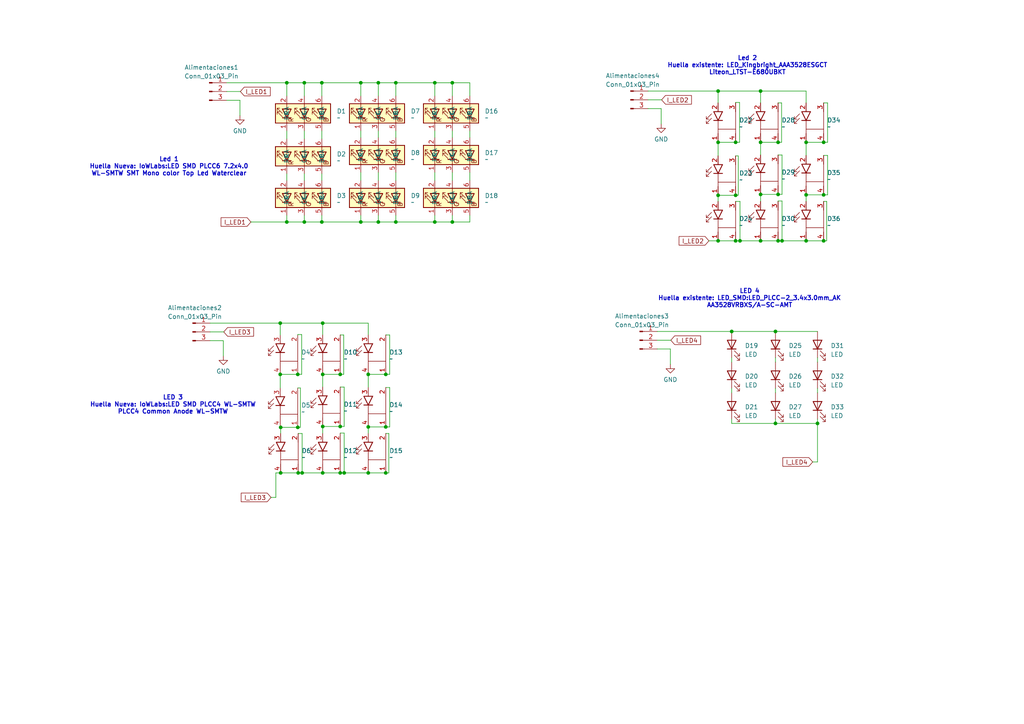
<source format=kicad_sch>
(kicad_sch (version 20231120) (generator "eeschema") (generator_version "8.0")
  (paper "A4")
  (lib_symbols
    (symbol "Connector:Conn_01x03_Pin" (pin_names (offset 1.016) hide)
      (property "Reference" "J" (at 0 5.08 0))
      (property "Value" "Conn_01x03_Pin" (at 0 -5.08 0))
      (symbol "Conn_01x03_Pin_1_1"
        (pin passive line (at 5.08 2.54 180) (length 3.81) (name "Pin_1") (number "1"))
        (pin passive line (at 5.08 0 180) (length 3.81) (name "Pin_2") (number "2"))
        (pin passive line (at 5.08 -2.54 180) (length 3.81) (name "Pin_3") (number "3"))
      )
    )
    (symbol "Device:LED" (pin_numbers hide) (pin_names (offset 1.016) hide)
      (property "Reference" "D" (at 0 2.54 0))
      (property "Value" "LED" (at 0 -2.54 0))
      (symbol "LED_1_1"
        (pin passive line (at -3.81 0 0) (length 2.54) (name "K") (number "1"))
        (pin passive line (at 3.81 0 180) (length 2.54) (name "A") (number "2"))
      )
    )
    (symbol "IoWLabs:LED_SMD_3.5x2.8_Anode_Pin_2"
      (property "Reference" "D" (at 0 4.064 0))
      (symbol "LED_SMD_3.5x2.8_Anode_Pin_2_1_1"
        (pin passive line (at -3.81 2.54 0) (length 2.54) (name "~") (number "1"))
        (pin passive line (at 7.62 2.54 180) (length 2.54) (name "~") (number "2"))
        (pin passive line (at 7.62 -2.54 180) (length 2.54) (name "~") (number "3"))
        (pin passive line (at -3.81 -2.54 0) (length 2.54) (name "~") (number "4"))
      )
    )
    (symbol "IoWLabs:LED_SMD_6_pines"
      (property "Reference" "D" (at 0 9.906 0))
      (symbol "LED_SMD_6_pines_0_0"
        (text "B" (at -1.905 -6.35 0) (effects (font (size 1.27 1.27))))
        (text "G" (at -1.905 -1.27 0) (effects (font (size 1.27 1.27))))
        (text "R" (at -1.905 3.81 0) (effects (font (size 1.27 1.27))))
      )
      (symbol "LED_SMD_6_pines_1_1"
        (pin passive line (at -5.08 5.08 0) (length 2.54) (name "RK") (number "1"))
        (pin passive line (at 5.08 5.08 180) (length 2.54) (name "RA") (number "2"))
        (pin passive line (at -5.08 0 0) (length 2.54) (name "GK") (number "3"))
        (pin passive line (at 5.08 0 180) (length 2.54) (name "GA") (number "4"))
        (pin passive line (at -5.08 -5.08 0) (length 2.54) (name "BK") (number "5"))
        (pin passive line (at 5.08 -5.08 180) (length 2.54) (name "BA") (number "6"))
      )
    )
    (symbol "IoWLabs:LED_SMS_PLCC4_Common_Anode"
      (property "Reference" "D" (at 0 3.302 0))
      (symbol "LED_SMS_PLCC4_Common_Anode_1_1"
        (pin passive line (at -3.81 -5.08 0) (length 2.54) (name "~") (number "1"))
        (pin passive line (at 7.62 -5.08 180) (length 2.54) (name "~") (number "2"))
        (pin passive line (at 7.62 0 180) (length 2.54) (name "~") (number "3"))
        (pin passive line (at -3.81 0 0) (length 2.54) (name "~") (number "4"))
      )
    )
    (symbol "LED_SMD_6_pines_1"
      (property "Reference" "D" (at 0 9.906 0))
      (symbol "LED_SMD_6_pines_1_0_0"
        (text "B" (at -1.905 -6.35 0) (effects (font (size 1.27 1.27))))
        (text "G" (at -1.905 -1.27 0) (effects (font (size 1.27 1.27))))
        (text "R" (at -1.905 3.81 0) (effects (font (size 1.27 1.27))))
      )
      (symbol "LED_SMD_6_pines_1_1_1"
        (pin passive line (at -5.08 5.08 0) (length 2.54) (name "RK") (number "1"))
        (pin passive line (at 5.08 5.08 180) (length 2.54) (name "RA") (number "2"))
        (pin passive line (at -5.08 0 0) (length 2.54) (name "GK") (number "3"))
        (pin passive line (at 5.08 0 180) (length 2.54) (name "GA") (number "4"))
        (pin passive line (at -5.08 -5.08 0) (length 2.54) (name "BK") (number "5"))
        (pin passive line (at 5.08 -5.08 180) (length 2.54) (name "BA") (number "6"))
      )
    )
    (symbol "LED_SMD_6_pines_2"
      (property "Reference" "D" (at 0 9.906 0))
      (symbol "LED_SMD_6_pines_2_0_0"
        (text "B" (at -1.905 -6.35 0) (effects (font (size 1.27 1.27))))
        (text "G" (at -1.905 -1.27 0) (effects (font (size 1.27 1.27))))
        (text "R" (at -1.905 3.81 0) (effects (font (size 1.27 1.27))))
      )
      (symbol "LED_SMD_6_pines_2_1_1"
        (pin passive line (at -5.08 5.08 0) (length 2.54) (name "RK") (number "1"))
        (pin passive line (at 5.08 5.08 180) (length 2.54) (name "RA") (number "2"))
        (pin passive line (at -5.08 0 0) (length 2.54) (name "GK") (number "3"))
        (pin passive line (at 5.08 0 180) (length 2.54) (name "GA") (number "4"))
        (pin passive line (at -5.08 -5.08 0) (length 2.54) (name "BK") (number "5"))
        (pin passive line (at 5.08 -5.08 180) (length 2.54) (name "BA") (number "6"))
      )
    )
    (symbol "LED_SMD_6_pines_3"
      (property "Reference" "D" (at 0 9.906 0))
      (symbol "LED_SMD_6_pines_3_0_0"
        (text "B" (at -1.905 -6.35 0) (effects (font (size 1.27 1.27))))
        (text "G" (at -1.905 -1.27 0) (effects (font (size 1.27 1.27))))
        (text "R" (at -1.905 3.81 0) (effects (font (size 1.27 1.27))))
      )
      (symbol "LED_SMD_6_pines_3_1_1"
        (pin passive line (at -5.08 5.08 0) (length 2.54) (name "RK") (number "1"))
        (pin passive line (at 5.08 5.08 180) (length 2.54) (name "RA") (number "2"))
        (pin passive line (at -5.08 0 0) (length 2.54) (name "GK") (number "3"))
        (pin passive line (at 5.08 0 180) (length 2.54) (name "GA") (number "4"))
        (pin passive line (at -5.08 -5.08 0) (length 2.54) (name "BK") (number "5"))
        (pin passive line (at 5.08 -5.08 180) (length 2.54) (name "BA") (number "6"))
      )
    )
    (symbol "LED_SMD_6_pines_4"
      (property "Reference" "D" (at 0 9.906 0))
      (symbol "LED_SMD_6_pines_4_0_0"
        (text "B" (at -1.905 -6.35 0) (effects (font (size 1.27 1.27))))
        (text "G" (at -1.905 -1.27 0) (effects (font (size 1.27 1.27))))
        (text "R" (at -1.905 3.81 0) (effects (font (size 1.27 1.27))))
      )
      (symbol "LED_SMD_6_pines_4_1_1"
        (pin passive line (at -5.08 5.08 0) (length 2.54) (name "RK") (number "1"))
        (pin passive line (at 5.08 5.08 180) (length 2.54) (name "RA") (number "2"))
        (pin passive line (at -5.08 0 0) (length 2.54) (name "GK") (number "3"))
        (pin passive line (at 5.08 0 180) (length 2.54) (name "GA") (number "4"))
        (pin passive line (at -5.08 -5.08 0) (length 2.54) (name "BK") (number "5"))
        (pin passive line (at 5.08 -5.08 180) (length 2.54) (name "BA") (number "6"))
      )
    )
    (symbol "LED_SMD_6_pines_5"
      (property "Reference" "D" (at 0 9.906 0))
      (symbol "LED_SMD_6_pines_5_0_0"
        (text "B" (at -1.905 -6.35 0) (effects (font (size 1.27 1.27))))
        (text "G" (at -1.905 -1.27 0) (effects (font (size 1.27 1.27))))
        (text "R" (at -1.905 3.81 0) (effects (font (size 1.27 1.27))))
      )
      (symbol "LED_SMD_6_pines_5_1_1"
        (pin passive line (at -5.08 5.08 0) (length 2.54) (name "RK") (number "1"))
        (pin passive line (at 5.08 5.08 180) (length 2.54) (name "RA") (number "2"))
        (pin passive line (at -5.08 0 0) (length 2.54) (name "GK") (number "3"))
        (pin passive line (at 5.08 0 180) (length 2.54) (name "GA") (number "4"))
        (pin passive line (at -5.08 -5.08 0) (length 2.54) (name "BK") (number "5"))
        (pin passive line (at 5.08 -5.08 180) (length 2.54) (name "BA") (number "6"))
      )
    )
    (symbol "LED_SMD_6_pines_6"
      (property "Reference" "D" (at 0 9.906 0))
      (symbol "LED_SMD_6_pines_6_0_0"
        (text "B" (at -1.905 -6.35 0) (effects (font (size 1.27 1.27))))
        (text "G" (at -1.905 -1.27 0) (effects (font (size 1.27 1.27))))
        (text "R" (at -1.905 3.81 0) (effects (font (size 1.27 1.27))))
      )
      (symbol "LED_SMD_6_pines_6_1_1"
        (pin passive line (at -5.08 5.08 0) (length 2.54) (name "RK") (number "1"))
        (pin passive line (at 5.08 5.08 180) (length 2.54) (name "RA") (number "2"))
        (pin passive line (at -5.08 0 0) (length 2.54) (name "GK") (number "3"))
        (pin passive line (at 5.08 0 180) (length 2.54) (name "GA") (number "4"))
        (pin passive line (at -5.08 -5.08 0) (length 2.54) (name "BK") (number "5"))
        (pin passive line (at 5.08 -5.08 180) (length 2.54) (name "BA") (number "6"))
      )
    )
    (symbol "LED_SMD_6_pines_7"
      (property "Reference" "D" (at 0 9.906 0))
      (symbol "LED_SMD_6_pines_7_0_0"
        (text "B" (at -1.905 -6.35 0) (effects (font (size 1.27 1.27))))
        (text "G" (at -1.905 -1.27 0) (effects (font (size 1.27 1.27))))
        (text "R" (at -1.905 3.81 0) (effects (font (size 1.27 1.27))))
      )
      (symbol "LED_SMD_6_pines_7_1_1"
        (pin passive line (at -5.08 5.08 0) (length 2.54) (name "RK") (number "1"))
        (pin passive line (at 5.08 5.08 180) (length 2.54) (name "RA") (number "2"))
        (pin passive line (at -5.08 0 0) (length 2.54) (name "GK") (number "3"))
        (pin passive line (at 5.08 0 180) (length 2.54) (name "GA") (number "4"))
        (pin passive line (at -5.08 -5.08 0) (length 2.54) (name "BK") (number "5"))
        (pin passive line (at 5.08 -5.08 180) (length 2.54) (name "BA") (number "6"))
      )
    )
    (symbol "LED_SMD_6_pines_8"
      (property "Reference" "D" (at 0 9.906 0))
      (symbol "LED_SMD_6_pines_8_0_0"
        (text "B" (at -1.905 -6.35 0) (effects (font (size 1.27 1.27))))
        (text "G" (at -1.905 -1.27 0) (effects (font (size 1.27 1.27))))
        (text "R" (at -1.905 3.81 0) (effects (font (size 1.27 1.27))))
      )
      (symbol "LED_SMD_6_pines_8_1_1"
        (pin passive line (at -5.08 5.08 0) (length 2.54) (name "RK") (number "1"))
        (pin passive line (at 5.08 5.08 180) (length 2.54) (name "RA") (number "2"))
        (pin passive line (at -5.08 0 0) (length 2.54) (name "GK") (number "3"))
        (pin passive line (at 5.08 0 180) (length 2.54) (name "GA") (number "4"))
        (pin passive line (at -5.08 -5.08 0) (length 2.54) (name "BK") (number "5"))
        (pin passive line (at 5.08 -5.08 180) (length 2.54) (name "BA") (number "6"))
      )
    )
    (symbol "power:GND" (power) (pin_names (offset 0))
      (property "Value" "GND" (at 0 -3.81 0))
      (symbol "GND_1_1"
        (pin power_in line (at 0 0 270) (length 0) hide (name "GND") (number "1"))
      )
    )
  )
  (junction (at 88.265 24.003))
  (junction (at 208.28 26.416))
  (junction (at 93.345 64.389))
  (junction (at 81.28 108.585))
  (junction (at 225.679 69.85))
  (junction (at 208.28 41.275))
  (junction (at 109.728 64.389))
  (junction (at 226.822 69.85))
  (junction (at 220.599 41.275))
  (junction (at 106.807 123.825))
  (junction (at 81.407 137.16))
  (junction (at 98.679 123.698))
  (junction (at 104.648 64.389))
  (junction (at 213.36 56.642))
  (junction (at 208.28 56.642))
  (junction (at 114.808 64.389))
  (junction (at 212.217 96.139))
  (junction (at 111.887 108.585))
  (junction (at 93.599 93.726))
  (junction (at 213.36 69.85))
  (junction (at 106.807 108.585))
  (junction (at 83.185 24.003))
  (junction (at 104.648 24.003))
  (junction (at 114.808 24.003))
  (junction (at 88.265 64.389))
  (junction (at 238.887 56.515))
  (junction (at 86.36 123.952))
  (junction (at 225.679 56.388))
  (junction (at 81.28 93.726))
  (junction (at 126.111 24.003))
  (junction (at 86.487 137.16))
  (junction (at 98.679 108.585))
  (junction (at 224.917 122.809))
  (junction (at 238.887 69.85))
  (junction (at 220.599 69.85))
  (junction (at 109.728 24.003))
  (junction (at 111.887 123.825))
  (junction (at 111.887 137.16))
  (junction (at 131.191 64.389))
  (junction (at 99.822 137.16))
  (junction (at 233.807 56.515))
  (junction (at 237.109 122.809))
  (junction (at 93.345 24.003))
  (junction (at 98.679 137.16))
  (junction (at 93.599 123.698))
  (junction (at 83.185 64.389))
  (junction (at 208.28 69.85))
  (junction (at 224.917 96.139))
  (junction (at 93.599 108.585))
  (junction (at 87.63 137.16))
  (junction (at 225.679 41.275))
  (junction (at 86.36 108.585))
  (junction (at 131.191 24.003))
  (junction (at 214.63 69.85))
  (junction (at 81.407 123.952))
  (junction (at 93.599 137.16))
  (junction (at 213.36 41.275))
  (junction (at 220.599 26.416))
  (junction (at 106.807 137.16))
  (junction (at 238.887 41.275))
  (junction (at 220.599 56.388))
  (junction (at 233.807 41.275))
  (junction (at 126.111 64.389))
  (junction (at 233.807 69.85))
  (wire (pts (xy 60.96 93.726) (xy 81.28 93.726)))
  (wire (pts (xy 99.822 123.698) (xy 99.822 112.268)))
  (wire (pts (xy 114.808 24.003) (xy 109.728 24.003)))
  (wire (pts (xy 220.599 58.42) (xy 220.599 56.388)))
  (wire (pts (xy 126.111 64.389) (xy 131.191 64.389)))
  (wire (pts (xy 93.599 93.726) (xy 106.807 93.726)))
  (wire (pts (xy 80.01 144.272) (xy 80.01 137.16)))
  (wire (pts (xy 109.728 24.003) (xy 104.648 24.003)))
  (wire (pts (xy 93.345 50.419) (xy 93.345 52.324)))
  (wire (pts (xy 208.28 41.275) (xy 213.36 41.275)))
  (wire (pts (xy 226.695 29.845) (xy 225.679 29.845)))
  (wire (pts (xy 111.887 137.16) (xy 112.776 137.16)))
  (wire (pts (xy 86.36 108.585) (xy 81.28 108.585)))
  (wire (pts (xy 213.36 56.642) (xy 214.122 56.642)))
  (wire (pts (xy 104.648 27.813) (xy 104.648 24.003)))
  (wire (pts (xy 239.776 69.85) (xy 239.776 58.42)))
  (wire (pts (xy 233.807 41.275) (xy 238.887 41.275)))
  (wire (pts (xy 226.822 58.293) (xy 226.822 69.85)))
  (wire (pts (xy 220.599 69.85) (xy 225.679 69.85)))
  (wire (pts (xy 109.728 64.389) (xy 114.808 64.389)))
  (wire (pts (xy 226.695 41.275) (xy 226.695 29.845)))
  (wire (pts (xy 131.191 50.038) (xy 131.191 52.324)))
  (wire (pts (xy 213.36 29.718) (xy 214.503 29.718)))
  (wire (pts (xy 81.407 123.952) (xy 81.407 125.73)))
  (wire (pts (xy 88.265 64.389) (xy 88.265 62.484)))
  (wire (pts (xy 93.599 123.698) (xy 98.679 123.698)))
  (wire (pts (xy 104.648 50.038) (xy 104.648 52.324)))
  (wire (pts (xy 81.407 123.952) (xy 81.28 123.952)))
  (wire (pts (xy 80.01 137.16) (xy 81.407 137.16)))
  (wire (pts (xy 224.917 96.139) (xy 237.109 96.139)))
  (wire (pts (xy 113.03 123.825) (xy 113.03 112.395)))
  (wire (pts (xy 226.822 44.958) (xy 225.679 44.958)))
  (wire (pts (xy 87.63 137.16) (xy 93.599 137.16)))
  (wire (pts (xy 205.613 69.85) (xy 208.28 69.85)))
  (wire (pts (xy 240.03 29.845) (xy 238.887 29.845)))
  (wire (pts (xy 214.63 58.42) (xy 213.36 58.42)))
  (wire (pts (xy 136.271 50.038) (xy 136.271 52.324)))
  (wire (pts (xy 190.627 98.679) (xy 194.564 98.679)))
  (wire (pts (xy 226.822 56.388) (xy 226.822 44.958)))
  (wire (pts (xy 240.03 45.085) (xy 238.887 45.085)))
  (wire (pts (xy 99.695 97.155) (xy 98.679 97.155)))
  (wire (pts (xy 111.887 123.825) (xy 113.03 123.825)))
  (wire (pts (xy 65.786 24.003) (xy 83.185 24.003)))
  (wire (pts (xy 93.345 64.389) (xy 104.648 64.389)))
  (wire (pts (xy 81.28 93.726) (xy 81.28 97.155)))
  (wire (pts (xy 83.185 62.484) (xy 83.185 64.389)))
  (wire (pts (xy 98.679 125.603) (xy 98.679 125.73)))
  (wire (pts (xy 88.265 24.003) (xy 83.185 24.003)))
  (wire (pts (xy 238.887 56.515) (xy 240.03 56.515)))
  (wire (pts (xy 233.807 56.515) (xy 238.887 56.515)))
  (wire (pts (xy 99.695 108.585) (xy 99.695 97.155)))
  (wire (pts (xy 126.111 50.038) (xy 126.111 52.324)))
  (wire (pts (xy 213.36 29.718) (xy 213.36 29.845)))
  (wire (pts (xy 220.599 56.388) (xy 225.679 56.388)))
  (wire (pts (xy 106.807 97.155) (xy 106.807 93.726)))
  (wire (pts (xy 214.503 29.718) (xy 214.503 41.275)))
  (wire (pts (xy 126.111 37.973) (xy 126.111 39.878)))
  (wire (pts (xy 65.786 26.543) (xy 69.723 26.543)))
  (wire (pts (xy 131.191 37.973) (xy 131.191 39.878)))
  (wire (pts (xy 88.265 50.419) (xy 88.265 52.324)))
  (wire (pts (xy 104.648 37.973) (xy 104.648 39.878)))
  (wire (pts (xy 220.599 44.958) (xy 220.599 41.275)))
  (wire (pts (xy 225.679 41.275) (xy 226.695 41.275)))
  (wire (pts (xy 190.627 96.139) (xy 212.217 96.139)))
  (wire (pts (xy 131.191 27.813) (xy 131.191 24.003)))
  (wire (pts (xy 208.28 56.642) (xy 213.36 56.642)))
  (wire (pts (xy 69.596 29.083) (xy 69.596 33.528)))
  (wire (pts (xy 187.96 28.956) (xy 191.897 28.956)))
  (wire (pts (xy 87.63 125.73) (xy 86.487 125.73)))
  (wire (pts (xy 187.96 31.496) (xy 191.77 31.496)))
  (wire (pts (xy 190.627 101.219) (xy 194.437 101.219)))
  (wire (pts (xy 114.808 27.813) (xy 114.808 24.003)))
  (wire (pts (xy 99.822 125.603) (xy 99.822 137.16)))
  (wire (pts (xy 225.679 58.293) (xy 226.822 58.293)))
  (wire (pts (xy 93.599 93.726) (xy 93.599 97.155)))
  (wire (pts (xy 60.96 98.806) (xy 64.77 98.806)))
  (wire (pts (xy 239.776 58.42) (xy 238.887 58.42)))
  (wire (pts (xy 86.36 112.522) (xy 87.122 112.522)))
  (wire (pts (xy 104.648 64.389) (xy 109.728 64.389)))
  (wire (pts (xy 224.917 121.539) (xy 224.917 122.809)))
  (wire (pts (xy 126.111 24.003) (xy 114.808 24.003)))
  (wire (pts (xy 224.917 103.759) (xy 224.917 105.029)))
  (wire (pts (xy 235.712 133.985) (xy 237.109 133.985)))
  (wire (pts (xy 86.36 97.028) (xy 86.36 97.155)))
  (wire (pts (xy 87.122 112.522) (xy 87.122 123.952)))
  (wire (pts (xy 136.271 24.003) (xy 131.191 24.003)))
  (wire (pts (xy 114.808 50.038) (xy 114.808 52.324)))
  (wire (pts (xy 136.271 37.973) (xy 136.271 39.878)))
  (wire (pts (xy 93.345 24.003) (xy 88.265 24.003)))
  (wire (pts (xy 109.728 50.038) (xy 109.728 52.324)))
  (wire (pts (xy 87.503 108.585) (xy 86.36 108.585)))
  (wire (pts (xy 93.345 62.484) (xy 93.345 64.389)))
  (wire (pts (xy 126.111 27.813) (xy 126.111 24.003)))
  (wire (pts (xy 114.808 64.389) (xy 126.111 64.389)))
  (wire (pts (xy 240.03 41.275) (xy 240.03 29.845)))
  (wire (pts (xy 131.191 24.003) (xy 126.111 24.003)))
  (wire (pts (xy 93.599 125.73) (xy 93.599 123.698)))
  (wire (pts (xy 93.599 112.268) (xy 93.599 108.585)))
  (wire (pts (xy 86.36 97.028) (xy 87.503 97.028)))
  (wire (pts (xy 113.03 108.585) (xy 113.03 97.155)))
  (wire (pts (xy 208.28 56.642) (xy 208.28 58.42)))
  (wire (pts (xy 131.191 64.389) (xy 136.271 64.389)))
  (wire (pts (xy 83.185 37.973) (xy 83.185 40.259)))
  (wire (pts (xy 220.599 26.416) (xy 233.807 26.416)))
  (wire (pts (xy 81.407 137.16) (xy 86.487 137.16)))
  (wire (pts (xy 88.265 37.973) (xy 88.265 40.259)))
  (wire (pts (xy 106.807 108.585) (xy 106.807 112.395)))
  (wire (pts (xy 87.63 137.16) (xy 87.63 125.73)))
  (wire (pts (xy 104.648 24.003) (xy 93.345 24.003)))
  (wire (pts (xy 208.28 41.275) (xy 208.28 45.212)))
  (wire (pts (xy 225.679 58.293) (xy 225.679 58.42)))
  (wire (pts (xy 238.887 69.85) (xy 239.776 69.85)))
  (wire (pts (xy 187.96 26.416) (xy 208.28 26.416)))
  (wire (pts (xy 208.28 69.85) (xy 213.36 69.85)))
  (wire (pts (xy 109.728 27.813) (xy 109.728 24.003)))
  (wire (pts (xy 212.217 122.809) (xy 224.917 122.809)))
  (wire (pts (xy 225.679 69.85) (xy 226.822 69.85)))
  (wire (pts (xy 83.185 64.389) (xy 88.265 64.389)))
  (wire (pts (xy 106.807 137.16) (xy 111.887 137.16)))
  (wire (pts (xy 98.679 123.698) (xy 99.822 123.698)))
  (wire (pts (xy 93.599 108.585) (xy 98.679 108.585)))
  (wire (pts (xy 86.36 123.952) (xy 81.407 123.952)))
  (wire (pts (xy 81.28 93.726) (xy 93.599 93.726)))
  (wire (pts (xy 98.679 137.16) (xy 99.822 137.16)))
  (wire (pts (xy 60.96 96.266) (xy 64.897 96.266)))
  (wire (pts (xy 114.808 37.973) (xy 114.808 39.878)))
  (wire (pts (xy 208.28 26.416) (xy 220.599 26.416)))
  (wire (pts (xy 87.122 123.952) (xy 86.36 123.952)))
  (wire (pts (xy 225.679 56.388) (xy 226.822 56.388)))
  (wire (pts (xy 213.36 45.212) (xy 214.122 45.212)))
  (wire (pts (xy 83.185 24.003) (xy 83.185 27.813)))
  (wire (pts (xy 98.679 125.603) (xy 99.822 125.603)))
  (wire (pts (xy 106.807 123.825) (xy 106.807 125.73)))
  (wire (pts (xy 113.03 97.155) (xy 111.887 97.155)))
  (wire (pts (xy 111.887 108.585) (xy 113.03 108.585)))
  (wire (pts (xy 212.217 103.759) (xy 212.217 105.029)))
  (wire (pts (xy 233.807 56.515) (xy 233.807 58.42)))
  (wire (pts (xy 220.599 41.275) (xy 225.679 41.275)))
  (wire (pts (xy 214.63 69.85) (xy 220.599 69.85)))
  (wire (pts (xy 99.822 112.268) (xy 98.679 112.268)))
  (wire (pts (xy 88.265 27.813) (xy 88.265 24.003)))
  (wire (pts (xy 109.728 64.389) (xy 109.728 62.484)))
  (wire (pts (xy 113.03 112.395) (xy 111.887 112.395)))
  (wire (pts (xy 212.217 96.139) (xy 224.917 96.139)))
  (wire (pts (xy 220.599 26.416) (xy 220.599 29.845)))
  (wire (pts (xy 104.648 64.389) (xy 104.648 62.484)))
  (wire (pts (xy 72.771 64.389) (xy 83.185 64.389)))
  (wire (pts (xy 126.111 64.389) (xy 126.111 62.484)))
  (wire (pts (xy 112.776 125.73) (xy 111.887 125.73)))
  (wire (pts (xy 106.807 108.585) (xy 111.887 108.585)))
  (wire (pts (xy 136.271 64.389) (xy 136.271 62.484)))
  (wire (pts (xy 65.786 29.083) (xy 69.596 29.083)))
  (wire (pts (xy 83.185 50.419) (xy 83.185 52.324)))
  (wire (pts (xy 238.887 41.275) (xy 240.03 41.275)))
  (wire (pts (xy 237.109 121.539) (xy 237.109 122.809)))
  (wire (pts (xy 233.807 29.845) (xy 233.807 26.416)))
  (wire (pts (xy 93.345 27.813) (xy 93.345 24.003)))
  (wire (pts (xy 86.487 137.16) (xy 87.63 137.16)))
  (wire (pts (xy 194.437 101.219) (xy 194.437 105.664)))
  (wire (pts (xy 224.917 112.649) (xy 224.917 113.919)))
  (wire (pts (xy 114.808 64.389) (xy 114.808 62.484)))
  (wire (pts (xy 212.217 112.649) (xy 212.217 113.919)))
  (wire (pts (xy 237.109 103.759) (xy 237.109 105.029)))
  (wire (pts (xy 136.271 27.813) (xy 136.271 24.003)))
  (wire (pts (xy 214.122 45.212) (xy 214.122 56.642)))
  (wire (pts (xy 226.822 69.85) (xy 233.807 69.85)))
  (wire (pts (xy 109.728 37.973) (xy 109.728 39.878)))
  (wire (pts (xy 212.217 121.539) (xy 212.217 122.809)))
  (wire (pts (xy 233.807 41.275) (xy 233.807 45.085)))
  (wire (pts (xy 213.36 69.85) (xy 214.63 69.85)))
  (wire (pts (xy 112.776 137.16) (xy 112.776 125.73)))
  (wire (pts (xy 213.36 41.275) (xy 214.503 41.275)))
  (wire (pts (xy 88.265 64.389) (xy 93.345 64.389)))
  (wire (pts (xy 81.28 108.585) (xy 81.28 112.522)))
  (wire (pts (xy 191.77 31.496) (xy 191.77 35.941)))
  (wire (pts (xy 208.28 26.416) (xy 208.28 29.845)))
  (wire (pts (xy 78.613 144.272) (xy 80.01 144.272)))
  (wire (pts (xy 237.109 122.809) (xy 237.109 133.985)))
  (wire (pts (xy 240.03 56.515) (xy 240.03 45.085)))
  (wire (pts (xy 99.822 137.16) (xy 106.807 137.16)))
  (wire (pts (xy 224.917 122.809) (xy 237.109 122.809)))
  (wire (pts (xy 214.63 69.85) (xy 214.63 58.42)))
  (wire (pts (xy 106.807 123.825) (xy 111.887 123.825)))
  (wire (pts (xy 131.191 64.389) (xy 131.191 62.484)))
  (wire (pts (xy 98.679 108.585) (xy 99.695 108.585)))
  (wire (pts (xy 93.599 137.16) (xy 98.679 137.16)))
  (wire (pts (xy 64.77 98.806) (xy 64.77 103.251)))
  (wire (pts (xy 93.345 37.973) (xy 93.345 40.259)))
  (wire (pts (xy 233.807 69.85) (xy 238.887 69.85)))
  (wire (pts (xy 87.503 97.028) (xy 87.503 108.585)))
  (wire (pts (xy 237.109 112.649) (xy 237.109 113.919)))
  (text "LED 4\nHuella existente: LED_SMD:LED_PLCC-2_3.4x3.0mm_AK\nAA3528VRBXS/A-SC-AMT" (at 217.424 86.614 0) (effects (font (size 1.27 1.27) (thickness 0.254) (bold yes))))
  (text "Led 1\nHuella Nueva: IoWLabs:LED SMD PLCC6 7.2x4.0\nWL-SMTW SMT Mono color Top Led Waterclear" (at 49.022 48.387 0) (effects (font (size 1.27 1.27) (thickness 0.254) (bold yes))))
  (text "Led 2\nHuella existente: LED_Kingbright_AAA3528ESGCT\nLiteon_LTST-E680UBKT" (at 216.789 19.05 0) (effects (font (size 1.27 1.27) (thickness 0.254) (bold yes))))
  (text "LED 3\nHuella Nueva: IoWLabs:LED SMD PLCC4 WL-SMTW\nPLCC4 Common Anode WL-SMTW" (at 50.165 117.475 0) (effects (font (size 1.27 1.27) (thickness 0.254) (bold yes))))
  (global_label "I_LED1" (shape input) (at 69.723 26.543 0) (property "Intersheetrefs" "${INTERSHEET_REFS}" (effects (hide yes))))
  (global_label "I_LED1" (shape input) (at 72.771 64.389 180) (property "Intersheetrefs" "${INTERSHEET_REFS}" (effects (hide yes))))
  (global_label "I_LED2" (shape input) (at 191.897 28.956 0) (property "Intersheetrefs" "${INTERSHEET_REFS}" (effects (hide yes))))
  (global_label "I_LED2" (shape input) (at 205.613 69.85 180) (property "Intersheetrefs" "${INTERSHEET_REFS}" (effects (hide yes))))
  (global_label "I_LED4" (shape input) (at 235.712 133.985 180) (property "Intersheetrefs" "${INTERSHEET_REFS}" (effects (hide yes))))
  (global_label "I_LED3" (shape input) (at 64.897 96.266 0) (property "Intersheetrefs" "${INTERSHEET_REFS}" (effects (hide yes))))
  (global_label "I_LED3" (shape input) (at 78.613 144.272 180) (property "Intersheetrefs" "${INTERSHEET_REFS}" (effects (hide yes))))
  (global_label "I_LED4" (shape input) (at 194.564 98.679 0) (property "Intersheetrefs" "${INTERSHEET_REFS}" (effects (hide yes))))
  (symbol (lib_id "IoWLabs:LED_SMD_6_pines") (at 131.191 57.404 90) (unit 1)
    (property "Reference" "D18" (at 140.589 56.7689 90) (effects (justify right)))
    (property "Value" "~" (at 140.589 58.674 90) (effects (justify right)))
    (property "Footprint" "IoWLabs:LED SMD PLCC6 7.2x4.0" (effects (hide yes)))
  )
  (symbol (lib_id "IoWLabs:LED_SMS_PLCC4_Common_Anode") (at 93.599 119.888 90) (unit 1)
    (property "Reference" "D11" (at 99.695 117.2844 90) (effects (justify right)))
    (property "Value" "~" (at 99.695 119.1895 90) (effects (justify right)))
    (property "Footprint" "IoWLabs:LED SMD PLCC4 WL-SMTW" (effects (hide yes)))
  )
  (symbol (lib_id "Device:LED") (at 212.217 117.729 90) (unit 1)
    (property "Reference" "D21" (at 216.027 118.0465 90) (effects (justify right)))
    (property "Value" "LED" (at 216.027 120.5865 90) (effects (justify right)))
    (property "Footprint" "LED_SMD:LED_PLCC-2_3.4x3.0mm_AK" (effects (hide yes)))
  )
  (symbol (lib_id "IoWLabs:LED_SMD_3.5x2.8_Anode_Pin_2") (at 236.347 66.04 90) (unit 1)
    (property "Reference" "D36" (at 239.903 63.4364 90) (effects (justify right)))
    (property "Value" "~" (at 239.903 65.3415 90) (effects (justify right)))
    (property "Footprint" "LED_SMD:LED_Kingbright_AAA3528ESGCT" (effects (hide yes)))
  )
  (symbol (lib_id "IoWLabs:LED_SMD_3.5x2.8_Anode_Pin_2") (at 236.347 52.705 90) (unit 1)
    (property "Reference" "D35" (at 239.903 50.1014 90) (effects (justify right)))
    (property "Value" "~" (at 239.903 52.0065 90) (effects (justify right)))
    (property "Footprint" "LED_SMD:LED_Kingbright_AAA3528ESGCT" (effects (hide yes)))
  )
  (symbol (lib_name "LED_SMD_6_pines_8") (lib_id "IoWLabs:LED_SMD_6_pines") (at 131.191 44.958 90) (unit 1)
    (property "Reference" "D17" (at 140.589 44.3229 90) (effects (justify right)))
    (property "Value" "~" (at 140.589 46.228 90) (effects (justify right)))
    (property "Footprint" "IoWLabs:LED SMD PLCC6 7.2x4.0" (effects (hide yes)))
  )
  (symbol (lib_id "Connector:Conn_01x03_Pin") (at 60.706 26.543 0) (unit 1)
    (property "Reference" "Alimentaciones1" (at 61.341 19.558 0))
    (property "Value" "Conn_01x03_Pin" (at 61.341 22.098 0))
    (property "Footprint" "Connector_JST:JST_XH_B3B-XH-A_1x03_P2.50mm_Vertical" (effects (hide yes)))
  )
  (symbol (lib_id "IoWLabs:LED_SMS_PLCC4_Common_Anode") (at 106.807 133.35 90) (unit 1)
    (property "Reference" "D15" (at 112.903 130.7464 90) (effects (justify right)))
    (property "Value" "~" (at 112.903 132.6515 90) (effects (justify right)))
    (property "Footprint" "IoWLabs:LED SMD PLCC4 WL-SMTW" (effects (hide yes)))
  )
  (symbol (lib_id "Connector:Conn_01x03_Pin") (at 185.547 98.679 0) (unit 1)
    (property "Reference" "Alimentaciones3" (at 186.182 91.694 0))
    (property "Value" "Conn_01x03_Pin" (at 186.182 94.234 0))
    (property "Footprint" "Connector_JST:JST_XH_B3B-XH-A_1x03_P2.50mm_Vertical" (effects (hide yes)))
  )
  (symbol (lib_id "IoWLabs:LED_SMS_PLCC4_Common_Anode") (at 81.407 133.35 90) (unit 1)
    (property "Reference" "D6" (at 87.503 130.7464 90) (effects (justify right)))
    (property "Value" "~" (at 87.503 132.6515 90) (effects (justify right)))
    (property "Footprint" "IoWLabs:LED SMD PLCC4 WL-SMTW" (effects (hide yes)))
  )
  (symbol (lib_id "Connector:Conn_01x03_Pin") (at 55.88 96.266 0) (unit 1)
    (property "Reference" "Alimentaciones2" (at 56.515 89.281 0))
    (property "Value" "Conn_01x03_Pin" (at 56.515 91.821 0))
    (property "Footprint" "Connector_JST:JST_XH_B3B-XH-A_1x03_P2.50mm_Vertical" (effects (hide yes)))
  )
  (symbol (lib_name "LED_SMD_6_pines_5") (lib_id "IoWLabs:LED_SMD_6_pines") (at 109.728 44.958 90) (unit 1)
    (property "Reference" "D8" (at 119.126 44.3229 90) (effects (justify right)))
    (property "Value" "~" (at 119.126 46.228 90) (effects (justify right)))
    (property "Footprint" "IoWLabs:LED SMD PLCC6 7.2x4.0" (effects (hide yes)))
  )
  (symbol (lib_id "IoWLabs:LED_SMS_PLCC4_Common_Anode") (at 93.599 104.775 90) (unit 1)
    (property "Reference" "D10" (at 99.695 102.1714 90) (effects (justify right)))
    (property "Value" "~" (at 99.695 104.0765 90) (effects (justify right)))
    (property "Footprint" "IoWLabs:LED SMD PLCC4 WL-SMTW" (effects (hide yes)))
  )
  (symbol (lib_id "Connector:Conn_01x03_Pin") (at 182.88 28.956 0) (unit 1)
    (property "Reference" "Alimentaciones4" (at 183.515 21.971 0))
    (property "Value" "Conn_01x03_Pin" (at 183.515 24.511 0))
    (property "Footprint" "Connector_JST:JST_XH_B3B-XH-A_1x03_P2.50mm_Vertical" (effects (hide yes)))
  )
  (symbol (lib_id "Device:LED") (at 224.917 99.949 90) (unit 1)
    (property "Reference" "D25" (at 228.727 100.2665 90) (effects (justify right)))
    (property "Value" "LED" (at 228.727 102.8065 90) (effects (justify right)))
    (property "Footprint" "LED_SMD:LED_PLCC-2_3.4x3.0mm_AK" (effects (hide yes)))
  )
  (symbol (lib_id "IoWLabs:LED_SMD_3.5x2.8_Anode_Pin_2") (at 210.82 37.465 90) (unit 1)
    (property "Reference" "D22" (at 214.376 34.8614 90) (effects (justify right)))
    (property "Value" "~" (at 214.376 36.7665 90) (effects (justify right)))
    (property "Footprint" "LED_SMD:LED_Kingbright_AAA3528ESGCT" (effects (hide yes)))
  )
  (symbol (lib_id "power:GND") (at 194.437 105.664 0) (unit 1)
    (property "Reference" "#PWR03" (effects (hide yes)))
    (property "Value" "GND" (at 194.437 110.109 0))
  )
  (symbol (lib_id "IoWLabs:LED_SMD_3.5x2.8_Anode_Pin_2") (at 210.82 52.832 90) (unit 1)
    (property "Reference" "D23" (at 214.376 50.2284 90) (effects (justify right)))
    (property "Value" "~" (at 214.376 52.1335 90) (effects (justify right)))
    (property "Footprint" "LED_SMD:LED_Kingbright_AAA3528ESGCT" (effects (hide yes)))
  )
  (symbol (lib_name "LED_SMD_6_pines_7") (lib_id "IoWLabs:LED_SMD_6_pines") (at 131.191 32.893 90) (unit 1)
    (property "Reference" "D16" (at 140.589 32.2579 90) (effects (justify right)))
    (property "Value" "~" (at 140.589 34.163 90) (effects (justify right)))
    (property "Footprint" "IoWLabs:LED SMD PLCC6 7.2x4.0" (effects (hide yes)))
  )
  (symbol (lib_id "Device:LED") (at 237.109 108.839 90) (unit 1)
    (property "Reference" "D32" (at 240.919 109.1565 90) (effects (justify right)))
    (property "Value" "LED" (at 240.919 111.6965 90) (effects (justify right)))
    (property "Footprint" "LED_SMD:LED_PLCC-2_3.4x3.0mm_AK" (effects (hide yes)))
  )
  (symbol (lib_id "Device:LED") (at 224.917 108.839 90) (unit 1)
    (property "Reference" "D26" (at 228.727 109.1565 90) (effects (justify right)))
    (property "Value" "LED" (at 228.727 111.6965 90) (effects (justify right)))
    (property "Footprint" "LED_SMD:LED_PLCC-2_3.4x3.0mm_AK" (effects (hide yes)))
  )
  (symbol (lib_id "Device:LED") (at 224.917 117.729 90) (unit 1)
    (property "Reference" "D27" (at 228.727 118.0465 90) (effects (justify right)))
    (property "Value" "LED" (at 228.727 120.5865 90) (effects (justify right)))
    (property "Footprint" "LED_SMD:LED_PLCC-2_3.4x3.0mm_AK" (effects (hide yes)))
  )
  (symbol (lib_id "Device:LED") (at 212.217 108.839 90) (unit 1)
    (property "Reference" "D20" (at 216.027 109.1565 90) (effects (justify right)))
    (property "Value" "LED" (at 216.027 111.6965 90) (effects (justify right)))
    (property "Footprint" "LED_SMD:LED_PLCC-2_3.4x3.0mm_AK" (effects (hide yes)))
  )
  (symbol (lib_id "IoWLabs:LED_SMS_PLCC4_Common_Anode") (at 93.599 133.35 90) (unit 1)
    (property "Reference" "D12" (at 99.695 130.7464 90) (effects (justify right)))
    (property "Value" "~" (at 99.695 132.6515 90) (effects (justify right)))
    (property "Footprint" "IoWLabs:LED SMD PLCC4 WL-SMTW" (effects (hide yes)))
  )
  (symbol (lib_name "LED_SMD_6_pines_2") (lib_id "IoWLabs:LED_SMD_6_pines") (at 88.265 45.339 90) (unit 1)
    (property "Reference" "D2" (at 97.663 44.7039 90) (effects (justify right)))
    (property "Value" "~" (at 97.663 46.609 90) (effects (justify right)))
    (property "Footprint" "IoWLabs:LED SMD PLCC6 7.2x4.0" (effects (hide yes)))
  )
  (symbol (lib_id "IoWLabs:LED_SMS_PLCC4_Common_Anode") (at 106.807 104.775 90) (unit 1)
    (property "Reference" "D13" (at 112.903 102.1714 90) (effects (justify right)))
    (property "Value" "~" (at 112.903 104.0765 90) (effects (justify right)))
    (property "Footprint" "IoWLabs:LED SMD PLCC4 WL-SMTW" (effects (hide yes)))
  )
  (symbol (lib_id "IoWLabs:LED_SMD_3.5x2.8_Anode_Pin_2") (at 223.139 52.578 90) (unit 1)
    (property "Reference" "D29" (at 226.695 49.9744 90) (effects (justify right)))
    (property "Value" "~" (at 226.695 51.8795 90) (effects (justify right)))
    (property "Footprint" "LED_SMD:LED_Kingbright_AAA3528ESGCT" (effects (hide yes)))
  )
  (symbol (lib_id "IoWLabs:LED_SMD_3.5x2.8_Anode_Pin_2") (at 223.139 37.465 90) (unit 1)
    (property "Reference" "D28" (at 226.695 34.8614 90) (effects (justify right)))
    (property "Value" "~" (at 226.695 36.7665 90) (effects (justify right)))
    (property "Footprint" "LED_SMD:LED_Kingbright_AAA3528ESGCT" (effects (hide yes)))
  )
  (symbol (lib_id "Device:LED") (at 237.109 117.729 90) (unit 1)
    (property "Reference" "D33" (at 240.919 118.0465 90) (effects (justify right)))
    (property "Value" "LED" (at 240.919 120.5865 90) (effects (justify right)))
    (property "Footprint" "LED_SMD:LED_PLCC-2_3.4x3.0mm_AK" (effects (hide yes)))
  )
  (symbol (lib_id "IoWLabs:LED_SMS_PLCC4_Common_Anode") (at 106.807 120.015 90) (unit 1)
    (property "Reference" "D14" (at 112.903 117.4114 90) (effects (justify right)))
    (property "Value" "~" (at 112.903 119.3165 90) (effects (justify right)))
    (property "Footprint" "IoWLabs:LED SMD PLCC4 WL-SMTW" (effects (hide yes)))
  )
  (symbol (lib_id "power:GND") (at 69.596 33.528 0) (unit 1)
    (property "Reference" "#PWR01" (effects (hide yes)))
    (property "Value" "GND" (at 69.596 37.973 0))
  )
  (symbol (lib_id "IoWLabs:LED_SMD_3.5x2.8_Anode_Pin_2") (at 236.347 37.465 90) (unit 1)
    (property "Reference" "D34" (at 239.903 34.8614 90) (effects (justify right)))
    (property "Value" "~" (at 239.903 36.7665 90) (effects (justify right)))
    (property "Footprint" "LED_SMD:LED_Kingbright_AAA3528ESGCT" (effects (hide yes)))
  )
  (symbol (lib_id "power:GND") (at 191.77 35.941 0) (unit 1)
    (property "Reference" "#PWR04" (effects (hide yes)))
    (property "Value" "GND" (at 191.77 40.386 0))
  )
  (symbol (lib_name "LED_SMD_6_pines_4") (lib_id "IoWLabs:LED_SMD_6_pines") (at 109.728 32.893 90) (unit 1)
    (property "Reference" "D7" (at 119.126 32.2579 90) (effects (justify right)))
    (property "Value" "~" (at 119.126 34.163 90) (effects (justify right)))
    (property "Footprint" "IoWLabs:LED SMD PLCC6 7.2x4.0" (effects (hide yes)))
  )
  (symbol (lib_id "power:GND") (at 64.77 103.251 0) (unit 1)
    (property "Reference" "#PWR02" (effects (hide yes)))
    (property "Value" "GND" (at 64.77 107.696 0))
  )
  (symbol (lib_id "IoWLabs:LED_SMS_PLCC4_Common_Anode") (at 81.28 104.775 90) (unit 1)
    (property "Reference" "D4" (at 87.376 102.1714 90) (effects (justify right)))
    (property "Value" "~" (at 87.376 104.0765 90) (effects (justify right)))
    (property "Footprint" "IoWLabs:LED SMD PLCC4 WL-SMTW" (effects (hide yes)))
  )
  (symbol (lib_id "IoWLabs:LED_SMS_PLCC4_Common_Anode") (at 81.28 120.142 90) (unit 1)
    (property "Reference" "D5" (at 87.376 117.5384 90) (effects (justify right)))
    (property "Value" "~" (at 87.376 119.4435 90) (effects (justify right)))
    (property "Footprint" "IoWLabs:LED SMD PLCC4 WL-SMTW" (effects (hide yes)))
  )
  (symbol (lib_id "IoWLabs:LED_SMD_3.5x2.8_Anode_Pin_2") (at 223.139 66.04 90) (unit 1)
    (property "Reference" "D30" (at 226.695 63.4364 90) (effects (justify right)))
    (property "Value" "~" (at 226.695 65.3415 90) (effects (justify right)))
    (property "Footprint" "LED_SMD:LED_Kingbright_AAA3528ESGCT" (effects (hide yes)))
  )
  (symbol (lib_id "Device:LED") (at 212.217 99.949 90) (unit 1)
    (property "Reference" "D19" (at 216.027 100.2665 90) (effects (justify right)))
    (property "Value" "LED" (at 216.027 102.8065 90) (effects (justify right)))
    (property "Footprint" "LED_SMD:LED_PLCC-2_3.4x3.0mm_AK" (effects (hide yes)))
  )
  (symbol (lib_id "IoWLabs:LED_SMD_3.5x2.8_Anode_Pin_2") (at 210.82 66.04 90) (unit 1)
    (property "Reference" "D24" (at 214.376 63.4364 90) (effects (justify right)))
    (property "Value" "~" (at 214.376 65.3415 90) (effects (justify right)))
    (property "Footprint" "LED_SMD:LED_Kingbright_AAA3528ESGCT" (effects (hide yes)))
  )
  (symbol (lib_id "Device:LED") (at 237.109 99.949 90) (unit 1)
    (property "Reference" "D31" (at 240.919 100.2665 90) (effects (justify right)))
    (property "Value" "LED" (at 240.919 102.8065 90) (effects (justify right)))
    (property "Footprint" "LED_SMD:LED_PLCC-2_3.4x3.0mm_AK" (effects (hide yes)))
  )
  (symbol (lib_name "LED_SMD_6_pines_1") (lib_id "IoWLabs:LED_SMD_6_pines") (at 88.265 32.893 90) (unit 1)
    (property "Reference" "D1" (at 97.663 32.2579 90) (effects (justify right)))
    (property "Value" "~" (at 97.663 34.163 90) (effects (justify right)))
    (property "Footprint" "IoWLabs:LED SMD PLCC6 7.2x4.0" (effects (hide yes)))
  )
  (symbol (lib_name "LED_SMD_6_pines_3") (lib_id "IoWLabs:LED_SMD_6_pines") (at 88.265 57.404 90) (unit 1)
    (property "Reference" "D3" (at 97.663 56.7689 90) (effects (justify right)))
    (property "Value" "~" (at 97.663 58.674 90) (effects (justify right)))
    (property "Footprint" "IoWLabs:LED SMD PLCC6 7.2x4.0" (effects (hide yes)))
  )
  (symbol (lib_name "LED_SMD_6_pines_6") (lib_id "IoWLabs:LED_SMD_6_pines") (at 109.728 57.404 90) (unit 1)
    (property "Reference" "D9" (at 119.126 56.7689 90) (effects (justify right)))
    (property "Value" "~" (at 119.126 58.674 90) (effects (justify right)))
    (property "Footprint" "IoWLabs:LED SMD PLCC6 7.2x4.0" (effects (hide yes)))
  )
)
</source>
